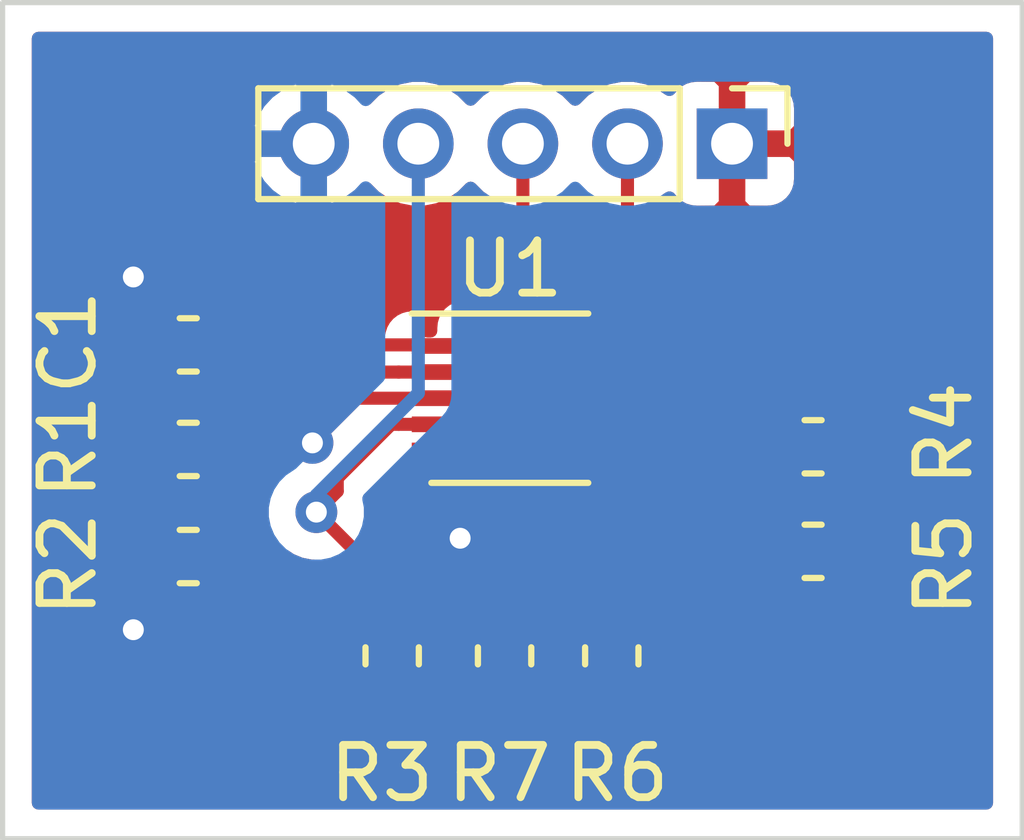
<source format=kicad_pcb>
(kicad_pcb (version 20171130) (host pcbnew "(5.1.5)-3")

  (general
    (thickness 1.6)
    (drawings 1)
    (tracks 58)
    (zones 0)
    (modules 10)
    (nets 11)
  )

  (page A4)
  (layers
    (0 F.Cu signal)
    (31 B.Cu signal)
    (32 B.Adhes user)
    (33 F.Adhes user)
    (34 B.Paste user)
    (35 F.Paste user)
    (36 B.SilkS user)
    (37 F.SilkS user)
    (38 B.Mask user)
    (39 F.Mask user)
    (40 Dwgs.User user)
    (41 Cmts.User user)
    (42 Eco1.User user)
    (43 Eco2.User user)
    (44 Edge.Cuts user)
    (45 Margin user)
    (46 B.CrtYd user)
    (47 F.CrtYd user)
    (48 B.Fab user)
    (49 F.Fab user)
  )

  (setup
    (last_trace_width 0.25)
    (trace_clearance 0.2)
    (zone_clearance 0.508)
    (zone_45_only no)
    (trace_min 0.2)
    (via_size 0.8)
    (via_drill 0.4)
    (via_min_size 0.4)
    (via_min_drill 0.3)
    (uvia_size 0.3)
    (uvia_drill 0.1)
    (uvias_allowed no)
    (uvia_min_size 0.2)
    (uvia_min_drill 0.1)
    (edge_width 0.05)
    (segment_width 0.2)
    (pcb_text_width 0.3)
    (pcb_text_size 1.5 1.5)
    (mod_edge_width 0.12)
    (mod_text_size 1 1)
    (mod_text_width 0.15)
    (pad_size 1.524 1.524)
    (pad_drill 0.762)
    (pad_to_mask_clearance 0.051)
    (solder_mask_min_width 0.25)
    (aux_axis_origin 0 0)
    (visible_elements FFFFFF7F)
    (pcbplotparams
      (layerselection 0x010fc_ffffffff)
      (usegerberextensions false)
      (usegerberattributes false)
      (usegerberadvancedattributes false)
      (creategerberjobfile false)
      (excludeedgelayer true)
      (linewidth 0.100000)
      (plotframeref false)
      (viasonmask false)
      (mode 1)
      (useauxorigin false)
      (hpglpennumber 1)
      (hpglpenspeed 20)
      (hpglpendiameter 15.000000)
      (psnegative false)
      (psa4output false)
      (plotreference true)
      (plotvalue true)
      (plotinvisibletext false)
      (padsonsilk false)
      (subtractmaskfromsilk false)
      (outputformat 1)
      (mirror false)
      (drillshape 0)
      (scaleselection 1)
      (outputdirectory "Gerber/"))
  )

  (net 0 "")
  (net 1 GND)
  (net 2 +3V3)
  (net 3 "Net-(R1-Pad2)")
  (net 4 /SCL)
  (net 5 /SDA)
  (net 6 "Net-(R6-Pad2)")
  (net 7 "Net-(U1-Pad10)")
  (net 8 "Net-(U1-Pad9)")
  (net 9 "Net-(U1-Pad5)")
  (net 10 /INT)

  (net_class Default "This is the default net class."
    (clearance 0.2)
    (trace_width 0.25)
    (via_dia 0.8)
    (via_drill 0.4)
    (uvia_dia 0.3)
    (uvia_drill 0.1)
    (add_net +3V3)
    (add_net /INT)
    (add_net /SCL)
    (add_net /SDA)
    (add_net GND)
    (add_net "Net-(R1-Pad2)")
    (add_net "Net-(R6-Pad2)")
    (add_net "Net-(U1-Pad10)")
    (add_net "Net-(U1-Pad5)")
    (add_net "Net-(U1-Pad9)")
  )

  (module Connector_PinHeader_2.00mm:PinHeader_1x05_P2.00mm_Vertical (layer F.Cu) (tedit 59FED667) (tstamp 6180F54D)
    (at 154.45 95.95 270)
    (descr "Through hole straight pin header, 1x05, 2.00mm pitch, single row")
    (tags "Through hole pin header THT 1x05 2.00mm single row")
    (path /6183DB50)
    (fp_text reference J1 (at 0 -2.06 90) (layer F.SilkS) hide
      (effects (font (size 1 1) (thickness 0.15)))
    )
    (fp_text value Conn_01x05 (at 0 10.06 90) (layer F.Fab) hide
      (effects (font (size 1 1) (thickness 0.15)))
    )
    (fp_text user %R (at 0 4) (layer F.Fab) hide
      (effects (font (size 1 1) (thickness 0.15)))
    )
    (fp_line (start 1.5 -1.5) (end -1.5 -1.5) (layer F.CrtYd) (width 0.05))
    (fp_line (start 1.5 9.5) (end 1.5 -1.5) (layer F.CrtYd) (width 0.05))
    (fp_line (start -1.5 9.5) (end 1.5 9.5) (layer F.CrtYd) (width 0.05))
    (fp_line (start -1.5 -1.5) (end -1.5 9.5) (layer F.CrtYd) (width 0.05))
    (fp_line (start -1.06 -1.06) (end 0 -1.06) (layer F.SilkS) (width 0.12))
    (fp_line (start -1.06 0) (end -1.06 -1.06) (layer F.SilkS) (width 0.12))
    (fp_line (start -1.06 1) (end 1.06 1) (layer F.SilkS) (width 0.12))
    (fp_line (start 1.06 1) (end 1.06 9.06) (layer F.SilkS) (width 0.12))
    (fp_line (start -1.06 1) (end -1.06 9.06) (layer F.SilkS) (width 0.12))
    (fp_line (start -1.06 9.06) (end 1.06 9.06) (layer F.SilkS) (width 0.12))
    (fp_line (start -1 -0.5) (end -0.5 -1) (layer F.Fab) (width 0.1))
    (fp_line (start -1 9) (end -1 -0.5) (layer F.Fab) (width 0.1))
    (fp_line (start 1 9) (end -1 9) (layer F.Fab) (width 0.1))
    (fp_line (start 1 -1) (end 1 9) (layer F.Fab) (width 0.1))
    (fp_line (start -0.5 -1) (end 1 -1) (layer F.Fab) (width 0.1))
    (pad 5 thru_hole oval (at 0 8 270) (size 1.35 1.35) (drill 0.8) (layers *.Cu *.Mask)
      (net 1 GND))
    (pad 4 thru_hole oval (at 0 6 270) (size 1.35 1.35) (drill 0.8) (layers *.Cu *.Mask)
      (net 10 /INT))
    (pad 3 thru_hole oval (at 0 4 270) (size 1.35 1.35) (drill 0.8) (layers *.Cu *.Mask)
      (net 4 /SCL))
    (pad 2 thru_hole oval (at 0 2 270) (size 1.35 1.35) (drill 0.8) (layers *.Cu *.Mask)
      (net 5 /SDA))
    (pad 1 thru_hole rect (at 0 0 270) (size 1.35 1.35) (drill 0.8) (layers *.Cu *.Mask)
      (net 2 +3V3))
    (model ${KISYS3DMOD}/Connector_PinHeader_2.00mm.3dshapes/PinHeader_1x05_P2.00mm_Vertical.wrl
      (at (xyz 0 0 0))
      (scale (xyz 1 1 1))
      (rotate (xyz 0 0 0))
    )
  )

  (module Package_DFN_QFN:DFN-10-1EP_3x3mm_P0.5mm_EP1.75x2.7mm (layer F.Cu) (tedit 5AAB4F3B) (tstamp 6180A124)
    (at 150.2 100.82)
    (descr "10-Lead Plastic Dual Flat No-Lead Package, 3x3mm Body (see Atmel Appnote 8826)")
    (tags "DFN 0.5")
    (path /6180958A)
    (attr smd)
    (fp_text reference U1 (at 0 -2.475) (layer F.SilkS)
      (effects (font (size 1 1) (thickness 0.15)))
    )
    (fp_text value ALS31300 (at 0 2.475) (layer F.Fab) hide
      (effects (font (size 1 1) (thickness 0.15)))
    )
    (fp_line (start -1.5 1.62) (end 1.5 1.62) (layer F.SilkS) (width 0.12))
    (fp_line (start -1.875 -1.62) (end 1.5 -1.62) (layer F.SilkS) (width 0.12))
    (fp_line (start 1.5 1.5) (end -1.5 1.5) (layer F.Fab) (width 0.1))
    (fp_line (start 1.5 -1.5) (end 1.5 1.5) (layer F.Fab) (width 0.1))
    (fp_line (start -0.5 -1.5) (end 1.5 -1.5) (layer F.Fab) (width 0.1))
    (fp_line (start -1.5 1.5) (end -1.5 -0.5) (layer F.Fab) (width 0.1))
    (fp_line (start -1.5 -0.5) (end -0.5 -1.5) (layer F.Fab) (width 0.1))
    (fp_line (start 2.13 -1.75) (end 2.13 1.75) (layer F.CrtYd) (width 0.05))
    (fp_line (start -2.13 1.75) (end 2.13 1.75) (layer F.CrtYd) (width 0.05))
    (fp_line (start -2.13 -1.75) (end 2.13 -1.75) (layer F.CrtYd) (width 0.05))
    (fp_line (start -2.13 -1.75) (end -2.13 1.75) (layer F.CrtYd) (width 0.05))
    (fp_text user %R (at 0 0) (layer F.Fab) hide
      (effects (font (size 0.7 0.7) (thickness 0.105)))
    )
    (pad "" smd rect (at 0.3875 0.62) (size 0.6 1.05) (layers F.Paste))
    (pad "" smd rect (at 0.3875 -0.62) (size 0.6 1.05) (layers F.Paste))
    (pad "" smd rect (at -0.3875 0.62) (size 0.6 1.05) (layers F.Paste))
    (pad "" smd rect (at -0.3875 -0.62) (size 0.6 1.05) (layers F.Paste))
    (pad 11 smd rect (at 0 0) (size 1.75 2.7) (layers F.Cu F.Mask))
    (pad 10 smd rect (at 1.45 -1) (size 0.85 0.3) (layers F.Cu F.Paste F.Mask)
      (net 7 "Net-(U1-Pad10)"))
    (pad 9 smd rect (at 1.45 -0.5) (size 0.85 0.3) (layers F.Cu F.Paste F.Mask)
      (net 8 "Net-(U1-Pad9)"))
    (pad 8 smd rect (at 1.45 0) (size 0.85 0.3) (layers F.Cu F.Paste F.Mask)
      (net 4 /SCL))
    (pad 7 smd rect (at 1.45 0.5) (size 0.85 0.3) (layers F.Cu F.Paste F.Mask)
      (net 5 /SDA))
    (pad 6 smd rect (at 1.45 1) (size 0.85 0.3) (layers F.Cu F.Paste F.Mask)
      (net 6 "Net-(R6-Pad2)"))
    (pad 5 smd rect (at -1.45 1) (size 0.85 0.3) (layers F.Cu F.Paste F.Mask)
      (net 9 "Net-(U1-Pad5)"))
    (pad 4 smd rect (at -1.45 0.5) (size 0.85 0.3) (layers F.Cu F.Paste F.Mask)
      (net 10 /INT))
    (pad 3 smd rect (at -1.45 0) (size 0.85 0.3) (layers F.Cu F.Paste F.Mask)
      (net 1 GND))
    (pad 2 smd rect (at -1.45 -0.5) (size 0.85 0.3) (layers F.Cu F.Paste F.Mask)
      (net 3 "Net-(R1-Pad2)"))
    (pad 1 smd rect (at -1.45 -1) (size 0.85 0.3) (layers F.Cu F.Paste F.Mask)
      (net 2 +3V3))
    (model ${KISYS3DMOD}/Package_DFN_QFN.3dshapes/DFN-10-1EP_3x3mm_P0.5mm_EP1.75x2.7mm.wrl
      (at (xyz 0 0 0))
      (scale (xyz 1 1 1))
      (rotate (xyz 0 0 0))
    )
  )

  (module Resistor_SMD:R_0603_1608Metric (layer F.Cu) (tedit 5B301BBD) (tstamp 6180A105)
    (at 150.1 105.75 270)
    (descr "Resistor SMD 0603 (1608 Metric), square (rectangular) end terminal, IPC_7351 nominal, (Body size source: http://www.tortai-tech.com/upload/download/2011102023233369053.pdf), generated with kicad-footprint-generator")
    (tags resistor)
    (path /6181B029)
    (attr smd)
    (fp_text reference R7 (at 2.25 0.1 180) (layer F.SilkS)
      (effects (font (size 1 1) (thickness 0.15)))
    )
    (fp_text value 10k (at 0 1.43 90) (layer F.Fab) hide
      (effects (font (size 1 1) (thickness 0.15)))
    )
    (fp_text user %R (at 0 0 90) (layer F.Fab) hide
      (effects (font (size 0.4 0.4) (thickness 0.06)))
    )
    (fp_line (start 1.48 0.73) (end -1.48 0.73) (layer F.CrtYd) (width 0.05))
    (fp_line (start 1.48 -0.73) (end 1.48 0.73) (layer F.CrtYd) (width 0.05))
    (fp_line (start -1.48 -0.73) (end 1.48 -0.73) (layer F.CrtYd) (width 0.05))
    (fp_line (start -1.48 0.73) (end -1.48 -0.73) (layer F.CrtYd) (width 0.05))
    (fp_line (start -0.162779 0.51) (end 0.162779 0.51) (layer F.SilkS) (width 0.12))
    (fp_line (start -0.162779 -0.51) (end 0.162779 -0.51) (layer F.SilkS) (width 0.12))
    (fp_line (start 0.8 0.4) (end -0.8 0.4) (layer F.Fab) (width 0.1))
    (fp_line (start 0.8 -0.4) (end 0.8 0.4) (layer F.Fab) (width 0.1))
    (fp_line (start -0.8 -0.4) (end 0.8 -0.4) (layer F.Fab) (width 0.1))
    (fp_line (start -0.8 0.4) (end -0.8 -0.4) (layer F.Fab) (width 0.1))
    (pad 2 smd roundrect (at 0.7875 0 270) (size 0.875 0.95) (layers F.Cu F.Paste F.Mask) (roundrect_rratio 0.25)
      (net 1 GND))
    (pad 1 smd roundrect (at -0.7875 0 270) (size 0.875 0.95) (layers F.Cu F.Paste F.Mask) (roundrect_rratio 0.25)
      (net 6 "Net-(R6-Pad2)"))
    (model ${KISYS3DMOD}/Resistor_SMD.3dshapes/R_0603_1608Metric.wrl
      (at (xyz 0 0 0))
      (scale (xyz 1 1 1))
      (rotate (xyz 0 0 0))
    )
  )

  (module Resistor_SMD:R_0603_1608Metric (layer F.Cu) (tedit 5B301BBD) (tstamp 6180A0F4)
    (at 152.15 105.75 90)
    (descr "Resistor SMD 0603 (1608 Metric), square (rectangular) end terminal, IPC_7351 nominal, (Body size source: http://www.tortai-tech.com/upload/download/2011102023233369053.pdf), generated with kicad-footprint-generator")
    (tags resistor)
    (path /6181C74F)
    (attr smd)
    (fp_text reference R6 (at -2.25 0.1 180) (layer F.SilkS)
      (effects (font (size 1 1) (thickness 0.15)))
    )
    (fp_text value DNP (at 0 1.43 90) (layer F.Fab) hide
      (effects (font (size 1 1) (thickness 0.15)))
    )
    (fp_text user %R (at 0 0 90) (layer F.Fab) hide
      (effects (font (size 0.4 0.4) (thickness 0.06)))
    )
    (fp_line (start 1.48 0.73) (end -1.48 0.73) (layer F.CrtYd) (width 0.05))
    (fp_line (start 1.48 -0.73) (end 1.48 0.73) (layer F.CrtYd) (width 0.05))
    (fp_line (start -1.48 -0.73) (end 1.48 -0.73) (layer F.CrtYd) (width 0.05))
    (fp_line (start -1.48 0.73) (end -1.48 -0.73) (layer F.CrtYd) (width 0.05))
    (fp_line (start -0.162779 0.51) (end 0.162779 0.51) (layer F.SilkS) (width 0.12))
    (fp_line (start -0.162779 -0.51) (end 0.162779 -0.51) (layer F.SilkS) (width 0.12))
    (fp_line (start 0.8 0.4) (end -0.8 0.4) (layer F.Fab) (width 0.1))
    (fp_line (start 0.8 -0.4) (end 0.8 0.4) (layer F.Fab) (width 0.1))
    (fp_line (start -0.8 -0.4) (end 0.8 -0.4) (layer F.Fab) (width 0.1))
    (fp_line (start -0.8 0.4) (end -0.8 -0.4) (layer F.Fab) (width 0.1))
    (pad 2 smd roundrect (at 0.7875 0 90) (size 0.875 0.95) (layers F.Cu F.Paste F.Mask) (roundrect_rratio 0.25)
      (net 6 "Net-(R6-Pad2)"))
    (pad 1 smd roundrect (at -0.7875 0 90) (size 0.875 0.95) (layers F.Cu F.Paste F.Mask) (roundrect_rratio 0.25)
      (net 2 +3V3))
    (model ${KISYS3DMOD}/Resistor_SMD.3dshapes/R_0603_1608Metric.wrl
      (at (xyz 0 0 0))
      (scale (xyz 1 1 1))
      (rotate (xyz 0 0 0))
    )
  )

  (module Resistor_SMD:R_0603_1608Metric (layer F.Cu) (tedit 5B301BBD) (tstamp 6180A0E3)
    (at 156 103.75 180)
    (descr "Resistor SMD 0603 (1608 Metric), square (rectangular) end terminal, IPC_7351 nominal, (Body size source: http://www.tortai-tech.com/upload/download/2011102023233369053.pdf), generated with kicad-footprint-generator")
    (tags resistor)
    (path /618252AE)
    (attr smd)
    (fp_text reference R5 (at -2.5 -0.25 90) (layer F.SilkS)
      (effects (font (size 1 1) (thickness 0.15)))
    )
    (fp_text value 10k (at 0 1.43) (layer F.Fab) hide
      (effects (font (size 1 1) (thickness 0.15)))
    )
    (fp_text user %R (at 0 0) (layer F.Fab) hide
      (effects (font (size 0.4 0.4) (thickness 0.06)))
    )
    (fp_line (start 1.48 0.73) (end -1.48 0.73) (layer F.CrtYd) (width 0.05))
    (fp_line (start 1.48 -0.73) (end 1.48 0.73) (layer F.CrtYd) (width 0.05))
    (fp_line (start -1.48 -0.73) (end 1.48 -0.73) (layer F.CrtYd) (width 0.05))
    (fp_line (start -1.48 0.73) (end -1.48 -0.73) (layer F.CrtYd) (width 0.05))
    (fp_line (start -0.162779 0.51) (end 0.162779 0.51) (layer F.SilkS) (width 0.12))
    (fp_line (start -0.162779 -0.51) (end 0.162779 -0.51) (layer F.SilkS) (width 0.12))
    (fp_line (start 0.8 0.4) (end -0.8 0.4) (layer F.Fab) (width 0.1))
    (fp_line (start 0.8 -0.4) (end 0.8 0.4) (layer F.Fab) (width 0.1))
    (fp_line (start -0.8 -0.4) (end 0.8 -0.4) (layer F.Fab) (width 0.1))
    (fp_line (start -0.8 0.4) (end -0.8 -0.4) (layer F.Fab) (width 0.1))
    (pad 2 smd roundrect (at 0.7875 0 180) (size 0.875 0.95) (layers F.Cu F.Paste F.Mask) (roundrect_rratio 0.25)
      (net 5 /SDA))
    (pad 1 smd roundrect (at -0.7875 0 180) (size 0.875 0.95) (layers F.Cu F.Paste F.Mask) (roundrect_rratio 0.25)
      (net 2 +3V3))
    (model ${KISYS3DMOD}/Resistor_SMD.3dshapes/R_0603_1608Metric.wrl
      (at (xyz 0 0 0))
      (scale (xyz 1 1 1))
      (rotate (xyz 0 0 0))
    )
  )

  (module Resistor_SMD:R_0603_1608Metric (layer F.Cu) (tedit 5B301BBD) (tstamp 6180A0D2)
    (at 156 101.75 180)
    (descr "Resistor SMD 0603 (1608 Metric), square (rectangular) end terminal, IPC_7351 nominal, (Body size source: http://www.tortai-tech.com/upload/download/2011102023233369053.pdf), generated with kicad-footprint-generator")
    (tags resistor)
    (path /61823DEB)
    (attr smd)
    (fp_text reference R4 (at -2.5 0.25 90) (layer F.SilkS)
      (effects (font (size 1 1) (thickness 0.15)))
    )
    (fp_text value 10k (at 0 1.43) (layer F.Fab) hide
      (effects (font (size 1 1) (thickness 0.15)))
    )
    (fp_text user %R (at 0 0) (layer F.Fab) hide
      (effects (font (size 0.4 0.4) (thickness 0.06)))
    )
    (fp_line (start 1.48 0.73) (end -1.48 0.73) (layer F.CrtYd) (width 0.05))
    (fp_line (start 1.48 -0.73) (end 1.48 0.73) (layer F.CrtYd) (width 0.05))
    (fp_line (start -1.48 -0.73) (end 1.48 -0.73) (layer F.CrtYd) (width 0.05))
    (fp_line (start -1.48 0.73) (end -1.48 -0.73) (layer F.CrtYd) (width 0.05))
    (fp_line (start -0.162779 0.51) (end 0.162779 0.51) (layer F.SilkS) (width 0.12))
    (fp_line (start -0.162779 -0.51) (end 0.162779 -0.51) (layer F.SilkS) (width 0.12))
    (fp_line (start 0.8 0.4) (end -0.8 0.4) (layer F.Fab) (width 0.1))
    (fp_line (start 0.8 -0.4) (end 0.8 0.4) (layer F.Fab) (width 0.1))
    (fp_line (start -0.8 -0.4) (end 0.8 -0.4) (layer F.Fab) (width 0.1))
    (fp_line (start -0.8 0.4) (end -0.8 -0.4) (layer F.Fab) (width 0.1))
    (pad 2 smd roundrect (at 0.7875 0 180) (size 0.875 0.95) (layers F.Cu F.Paste F.Mask) (roundrect_rratio 0.25)
      (net 4 /SCL))
    (pad 1 smd roundrect (at -0.7875 0 180) (size 0.875 0.95) (layers F.Cu F.Paste F.Mask) (roundrect_rratio 0.25)
      (net 2 +3V3))
    (model ${KISYS3DMOD}/Resistor_SMD.3dshapes/R_0603_1608Metric.wrl
      (at (xyz 0 0 0))
      (scale (xyz 1 1 1))
      (rotate (xyz 0 0 0))
    )
  )

  (module Resistor_SMD:R_0603_1608Metric (layer F.Cu) (tedit 5B301BBD) (tstamp 6180A0C1)
    (at 147.95 105.75 270)
    (descr "Resistor SMD 0603 (1608 Metric), square (rectangular) end terminal, IPC_7351 nominal, (Body size source: http://www.tortai-tech.com/upload/download/2011102023233369053.pdf), generated with kicad-footprint-generator")
    (tags resistor)
    (path /6182BF13)
    (attr smd)
    (fp_text reference R3 (at 2.25 0.2 180) (layer F.SilkS)
      (effects (font (size 1 1) (thickness 0.15)))
    )
    (fp_text value 10k (at 0 1.43 90) (layer F.Fab) hide
      (effects (font (size 1 1) (thickness 0.15)))
    )
    (fp_text user %R (at 0 0 90) (layer F.Fab) hide
      (effects (font (size 0.4 0.4) (thickness 0.06)))
    )
    (fp_line (start 1.48 0.73) (end -1.48 0.73) (layer F.CrtYd) (width 0.05))
    (fp_line (start 1.48 -0.73) (end 1.48 0.73) (layer F.CrtYd) (width 0.05))
    (fp_line (start -1.48 -0.73) (end 1.48 -0.73) (layer F.CrtYd) (width 0.05))
    (fp_line (start -1.48 0.73) (end -1.48 -0.73) (layer F.CrtYd) (width 0.05))
    (fp_line (start -0.162779 0.51) (end 0.162779 0.51) (layer F.SilkS) (width 0.12))
    (fp_line (start -0.162779 -0.51) (end 0.162779 -0.51) (layer F.SilkS) (width 0.12))
    (fp_line (start 0.8 0.4) (end -0.8 0.4) (layer F.Fab) (width 0.1))
    (fp_line (start 0.8 -0.4) (end 0.8 0.4) (layer F.Fab) (width 0.1))
    (fp_line (start -0.8 -0.4) (end 0.8 -0.4) (layer F.Fab) (width 0.1))
    (fp_line (start -0.8 0.4) (end -0.8 -0.4) (layer F.Fab) (width 0.1))
    (pad 2 smd roundrect (at 0.7875 0 270) (size 0.875 0.95) (layers F.Cu F.Paste F.Mask) (roundrect_rratio 0.25)
      (net 2 +3V3))
    (pad 1 smd roundrect (at -0.7875 0 270) (size 0.875 0.95) (layers F.Cu F.Paste F.Mask) (roundrect_rratio 0.25)
      (net 10 /INT))
    (model ${KISYS3DMOD}/Resistor_SMD.3dshapes/R_0603_1608Metric.wrl
      (at (xyz 0 0 0))
      (scale (xyz 1 1 1))
      (rotate (xyz 0 0 0))
    )
  )

  (module Resistor_SMD:R_0603_1608Metric (layer F.Cu) (tedit 5B301BBD) (tstamp 6180A0B0)
    (at 144.05 103.85 180)
    (descr "Resistor SMD 0603 (1608 Metric), square (rectangular) end terminal, IPC_7351 nominal, (Body size source: http://www.tortai-tech.com/upload/download/2011102023233369053.pdf), generated with kicad-footprint-generator")
    (tags resistor)
    (path /6180BDBC)
    (attr smd)
    (fp_text reference R2 (at 2.3 -0.15 90) (layer F.SilkS)
      (effects (font (size 1 1) (thickness 0.15)))
    )
    (fp_text value 10k (at 0 1.43) (layer F.Fab) hide
      (effects (font (size 1 1) (thickness 0.15)))
    )
    (fp_text user %R (at 0 0) (layer F.Fab) hide
      (effects (font (size 0.4 0.4) (thickness 0.06)))
    )
    (fp_line (start 1.48 0.73) (end -1.48 0.73) (layer F.CrtYd) (width 0.05))
    (fp_line (start 1.48 -0.73) (end 1.48 0.73) (layer F.CrtYd) (width 0.05))
    (fp_line (start -1.48 -0.73) (end 1.48 -0.73) (layer F.CrtYd) (width 0.05))
    (fp_line (start -1.48 0.73) (end -1.48 -0.73) (layer F.CrtYd) (width 0.05))
    (fp_line (start -0.162779 0.51) (end 0.162779 0.51) (layer F.SilkS) (width 0.12))
    (fp_line (start -0.162779 -0.51) (end 0.162779 -0.51) (layer F.SilkS) (width 0.12))
    (fp_line (start 0.8 0.4) (end -0.8 0.4) (layer F.Fab) (width 0.1))
    (fp_line (start 0.8 -0.4) (end 0.8 0.4) (layer F.Fab) (width 0.1))
    (fp_line (start -0.8 -0.4) (end 0.8 -0.4) (layer F.Fab) (width 0.1))
    (fp_line (start -0.8 0.4) (end -0.8 -0.4) (layer F.Fab) (width 0.1))
    (pad 2 smd roundrect (at 0.7875 0 180) (size 0.875 0.95) (layers F.Cu F.Paste F.Mask) (roundrect_rratio 0.25)
      (net 1 GND))
    (pad 1 smd roundrect (at -0.7875 0 180) (size 0.875 0.95) (layers F.Cu F.Paste F.Mask) (roundrect_rratio 0.25)
      (net 3 "Net-(R1-Pad2)"))
    (model ${KISYS3DMOD}/Resistor_SMD.3dshapes/R_0603_1608Metric.wrl
      (at (xyz 0 0 0))
      (scale (xyz 1 1 1))
      (rotate (xyz 0 0 0))
    )
  )

  (module Resistor_SMD:R_0603_1608Metric (layer F.Cu) (tedit 5B301BBD) (tstamp 6180A09F)
    (at 144.05 101.8)
    (descr "Resistor SMD 0603 (1608 Metric), square (rectangular) end terminal, IPC_7351 nominal, (Body size source: http://www.tortai-tech.com/upload/download/2011102023233369053.pdf), generated with kicad-footprint-generator")
    (tags resistor)
    (path /6181BA8D)
    (attr smd)
    (fp_text reference R1 (at -2.3 -0.05 90) (layer F.SilkS)
      (effects (font (size 1 1) (thickness 0.15)))
    )
    (fp_text value DNP (at 0 1.43) (layer F.Fab) hide
      (effects (font (size 1 1) (thickness 0.15)))
    )
    (fp_text user %R (at 0 0) (layer F.Fab) hide
      (effects (font (size 0.4 0.4) (thickness 0.06)))
    )
    (fp_line (start 1.48 0.73) (end -1.48 0.73) (layer F.CrtYd) (width 0.05))
    (fp_line (start 1.48 -0.73) (end 1.48 0.73) (layer F.CrtYd) (width 0.05))
    (fp_line (start -1.48 -0.73) (end 1.48 -0.73) (layer F.CrtYd) (width 0.05))
    (fp_line (start -1.48 0.73) (end -1.48 -0.73) (layer F.CrtYd) (width 0.05))
    (fp_line (start -0.162779 0.51) (end 0.162779 0.51) (layer F.SilkS) (width 0.12))
    (fp_line (start -0.162779 -0.51) (end 0.162779 -0.51) (layer F.SilkS) (width 0.12))
    (fp_line (start 0.8 0.4) (end -0.8 0.4) (layer F.Fab) (width 0.1))
    (fp_line (start 0.8 -0.4) (end 0.8 0.4) (layer F.Fab) (width 0.1))
    (fp_line (start -0.8 -0.4) (end 0.8 -0.4) (layer F.Fab) (width 0.1))
    (fp_line (start -0.8 0.4) (end -0.8 -0.4) (layer F.Fab) (width 0.1))
    (pad 2 smd roundrect (at 0.7875 0) (size 0.875 0.95) (layers F.Cu F.Paste F.Mask) (roundrect_rratio 0.25)
      (net 3 "Net-(R1-Pad2)"))
    (pad 1 smd roundrect (at -0.7875 0) (size 0.875 0.95) (layers F.Cu F.Paste F.Mask) (roundrect_rratio 0.25)
      (net 2 +3V3))
    (model ${KISYS3DMOD}/Resistor_SMD.3dshapes/R_0603_1608Metric.wrl
      (at (xyz 0 0 0))
      (scale (xyz 1 1 1))
      (rotate (xyz 0 0 0))
    )
  )

  (module Capacitor_SMD:C_0603_1608Metric (layer F.Cu) (tedit 5B301BBE) (tstamp 6180A08E)
    (at 144.05 99.8 180)
    (descr "Capacitor SMD 0603 (1608 Metric), square (rectangular) end terminal, IPC_7351 nominal, (Body size source: http://www.tortai-tech.com/upload/download/2011102023233369053.pdf), generated with kicad-footprint-generator")
    (tags capacitor)
    (path /6180CEDE)
    (attr smd)
    (fp_text reference C1 (at 2.3 0.05 90) (layer F.SilkS)
      (effects (font (size 1 1) (thickness 0.15)))
    )
    (fp_text value 0.1uF (at 0 1.43) (layer F.Fab) hide
      (effects (font (size 1 1) (thickness 0.15)))
    )
    (fp_text user %R (at 0 0) (layer F.Fab) hide
      (effects (font (size 0.4 0.4) (thickness 0.06)))
    )
    (fp_line (start 1.48 0.73) (end -1.48 0.73) (layer F.CrtYd) (width 0.05))
    (fp_line (start 1.48 -0.73) (end 1.48 0.73) (layer F.CrtYd) (width 0.05))
    (fp_line (start -1.48 -0.73) (end 1.48 -0.73) (layer F.CrtYd) (width 0.05))
    (fp_line (start -1.48 0.73) (end -1.48 -0.73) (layer F.CrtYd) (width 0.05))
    (fp_line (start -0.162779 0.51) (end 0.162779 0.51) (layer F.SilkS) (width 0.12))
    (fp_line (start -0.162779 -0.51) (end 0.162779 -0.51) (layer F.SilkS) (width 0.12))
    (fp_line (start 0.8 0.4) (end -0.8 0.4) (layer F.Fab) (width 0.1))
    (fp_line (start 0.8 -0.4) (end 0.8 0.4) (layer F.Fab) (width 0.1))
    (fp_line (start -0.8 -0.4) (end 0.8 -0.4) (layer F.Fab) (width 0.1))
    (fp_line (start -0.8 0.4) (end -0.8 -0.4) (layer F.Fab) (width 0.1))
    (pad 2 smd roundrect (at 0.7875 0 180) (size 0.875 0.95) (layers F.Cu F.Paste F.Mask) (roundrect_rratio 0.25)
      (net 1 GND))
    (pad 1 smd roundrect (at -0.7875 0 180) (size 0.875 0.95) (layers F.Cu F.Paste F.Mask) (roundrect_rratio 0.25)
      (net 2 +3V3))
    (model ${KISYS3DMOD}/Capacitor_SMD.3dshapes/C_0603_1608Metric.wrl
      (at (xyz 0 0 0))
      (scale (xyz 1 1 1))
      (rotate (xyz 0 0 0))
    )
  )

  (gr_poly (pts (xy 160 109.25) (xy 140.5 109.25) (xy 140.5 93.25) (xy 160 93.25)) (layer Edge.Cuts) (width 0.1))

  (via (at 143 105.25) (size 0.8) (drill 0.4) (layers F.Cu B.Cu) (net 1))
  (via (at 149.25 103.5) (size 0.8) (drill 0.4) (layers F.Cu B.Cu) (net 1))
  (via (at 143 98.5) (size 0.8) (drill 0.4) (layers F.Cu B.Cu) (net 1))
  (segment (start 149.25 104.065685) (end 149.25 103.5) (width 0.25) (layer F.Cu) (net 1))
  (segment (start 149.25 106.1625) (end 149.25 104.065685) (width 0.25) (layer F.Cu) (net 1))
  (segment (start 149.625 106.5375) (end 149.25 106.1625) (width 0.25) (layer F.Cu) (net 1))
  (segment (start 150.1 106.5375) (end 149.625 106.5375) (width 0.25) (layer F.Cu) (net 1))
  (segment (start 143.2625 104.9875) (end 143 105.25) (width 0.25) (layer F.Cu) (net 1))
  (segment (start 143.2625 103.85) (end 143.2625 104.9875) (width 0.25) (layer F.Cu) (net 1))
  (segment (start 143.2625 98.7625) (end 143 98.5) (width 0.25) (layer F.Cu) (net 1))
  (segment (start 143.2625 99.8) (end 143.2625 98.7625) (width 0.25) (layer F.Cu) (net 1))
  (via (at 146.425153 101.675153) (size 0.8) (drill 0.4) (layers F.Cu B.Cu) (net 1))
  (segment (start 148.75 100.82) (end 147.280306 100.82) (width 0.25) (layer F.Cu) (net 1))
  (segment (start 147.280306 100.82) (end 146.425153 101.675153) (width 0.25) (layer F.Cu) (net 1))
  (segment (start 148.73 99.8) (end 148.75 99.82) (width 0.25) (layer F.Cu) (net 2))
  (segment (start 144.8375 99.8) (end 148.73 99.8) (width 0.25) (layer F.Cu) (net 2))
  (segment (start 144.8375 103.85) (end 144.8375 101.8) (width 0.25) (layer F.Cu) (net 3))
  (segment (start 145.275 101.8) (end 146.755 100.32) (width 0.25) (layer F.Cu) (net 3))
  (segment (start 148.075 100.32) (end 148.75 100.32) (width 0.25) (layer F.Cu) (net 3))
  (segment (start 146.755 100.32) (end 148.075 100.32) (width 0.25) (layer F.Cu) (net 3))
  (segment (start 144.8375 101.8) (end 145.275 101.8) (width 0.25) (layer F.Cu) (net 3))
  (segment (start 151.72 100.82) (end 151.744999 100.844999) (width 0.25) (layer F.Cu) (net 4))
  (segment (start 151.65 100.82) (end 151.72 100.82) (width 0.25) (layer F.Cu) (net 4))
  (segment (start 151.65 100.82) (end 152.27 100.82) (width 0.25) (layer F.Cu) (net 4))
  (segment (start 152.31999 100.86999) (end 153.51999 100.86999) (width 0.25) (layer F.Cu) (net 4))
  (segment (start 152.27 100.82) (end 152.31999 100.86999) (width 0.25) (layer F.Cu) (net 4))
  (segment (start 154.4 101.75) (end 155.2125 101.75) (width 0.25) (layer F.Cu) (net 4))
  (segment (start 153.51999 100.86999) (end 154.4 101.75) (width 0.25) (layer F.Cu) (net 4))
  (segment (start 155.2125 101.275) (end 152.6875 98.75) (width 0.25) (layer F.Cu) (net 4))
  (segment (start 155.2125 101.75) (end 155.2125 101.275) (width 0.25) (layer F.Cu) (net 4))
  (segment (start 152.6875 98.75) (end 151.35 98.75) (width 0.25) (layer F.Cu) (net 4))
  (segment (start 150.45 97.85) (end 150.45 95.95) (width 0.25) (layer F.Cu) (net 4))
  (segment (start 151.35 98.75) (end 150.45 97.85) (width 0.25) (layer F.Cu) (net 4))
  (segment (start 155.2125 103.275) (end 155.2125 103.75) (width 0.25) (layer F.Cu) (net 5))
  (segment (start 153.2575 101.32) (end 155.2125 103.275) (width 0.25) (layer F.Cu) (net 5))
  (segment (start 151.65 101.32) (end 153.2575 101.32) (width 0.25) (layer F.Cu) (net 5))
  (segment (start 155.606494 100.9) (end 155.47391 100.9) (width 0.25) (layer F.Cu) (net 5))
  (segment (start 155.97501 101.268516) (end 155.606494 100.9) (width 0.25) (layer F.Cu) (net 5))
  (segment (start 155.2125 103.275) (end 155.97501 102.51249) (width 0.25) (layer F.Cu) (net 5))
  (segment (start 155.97501 102.51249) (end 155.97501 101.268516) (width 0.25) (layer F.Cu) (net 5))
  (segment (start 152.45 97.87609) (end 152.45 95.95) (width 0.25) (layer F.Cu) (net 5))
  (segment (start 155.47391 100.9) (end 152.45 97.87609) (width 0.25) (layer F.Cu) (net 5))
  (segment (start 152.15 102.32) (end 151.65 101.82) (width 0.25) (layer F.Cu) (net 6))
  (segment (start 152.15 104.9625) (end 152.15 102.32) (width 0.25) (layer F.Cu) (net 6))
  (segment (start 150.1 104.9625) (end 152.15 104.9625) (width 0.25) (layer F.Cu) (net 6))
  (segment (start 148.725001 101.344999) (end 148.75 101.32) (width 0.25) (layer F.Cu) (net 10))
  (segment (start 148.45 99.8) (end 148.45 95.95) (width 0.25) (layer B.Cu) (net 10))
  (via (at 146.5 103) (size 0.8) (drill 0.4) (layers F.Cu B.Cu) (net 10))
  (segment (start 148.45 99.8) (end 148.45 100.723308) (width 0.25) (layer B.Cu) (net 10))
  (segment (start 146.5 102.673308) (end 146.5 103) (width 0.25) (layer B.Cu) (net 10))
  (segment (start 148.45 100.723308) (end 146.5 102.673308) (width 0.25) (layer B.Cu) (net 10))
  (segment (start 148.075 101.32) (end 148.75 101.32) (width 0.25) (layer F.Cu) (net 10))
  (segment (start 147.93 101.32) (end 148.075 101.32) (width 0.25) (layer F.Cu) (net 10))
  (segment (start 146.899999 102.350001) (end 147.93 101.32) (width 0.25) (layer F.Cu) (net 10))
  (segment (start 146.899999 102.600001) (end 146.899999 102.350001) (width 0.25) (layer F.Cu) (net 10))
  (segment (start 146.5 103) (end 146.899999 102.600001) (width 0.25) (layer F.Cu) (net 10))
  (segment (start 147.95 104.45) (end 146.5 103) (width 0.25) (layer F.Cu) (net 10))
  (segment (start 147.95 104.9625) (end 147.95 104.45) (width 0.25) (layer F.Cu) (net 10))

  (zone (net 2) (net_name +3V3) (layer F.Cu) (tstamp 618107E6) (hatch edge 0.508)
    (connect_pads (clearance 0.508))
    (min_thickness 0.254)
    (fill yes (arc_segments 32) (thermal_gap 0.508) (thermal_bridge_width 0.508))
    (polygon
      (pts
        (xy 160 109.25) (xy 140.5 109.25) (xy 140.5 93.25) (xy 160 93.25)
      )
    )
    (filled_polygon
      (pts
        (xy 159.315001 108.565) (xy 141.185 108.565) (xy 141.185 106.975) (xy 146.836928 106.975) (xy 146.849188 107.099482)
        (xy 146.885498 107.21918) (xy 146.944463 107.329494) (xy 147.023815 107.426185) (xy 147.120506 107.505537) (xy 147.23082 107.564502)
        (xy 147.350518 107.600812) (xy 147.475 107.613072) (xy 147.66425 107.61) (xy 147.823 107.45125) (xy 147.823 106.6645)
        (xy 146.99875 106.6645) (xy 146.84 106.82325) (xy 146.836928 106.975) (xy 141.185 106.975) (xy 141.185 98.398061)
        (xy 141.965 98.398061) (xy 141.965 98.601939) (xy 142.004774 98.801898) (xy 142.082795 98.990256) (xy 142.196063 99.159774)
        (xy 142.252149 99.21586) (xy 142.203392 99.376592) (xy 142.186928 99.54375) (xy 142.186928 100.05625) (xy 142.203392 100.223408)
        (xy 142.25215 100.384142) (xy 142.331329 100.532275) (xy 142.437885 100.662115) (xy 142.548412 100.752821) (xy 142.470506 100.794463)
        (xy 142.373815 100.873815) (xy 142.294463 100.970506) (xy 142.235498 101.08082) (xy 142.199188 101.200518) (xy 142.186928 101.325)
        (xy 142.19 101.51425) (xy 142.34875 101.673) (xy 143.1355 101.673) (xy 143.1355 101.653) (xy 143.3895 101.653)
        (xy 143.3895 101.673) (xy 143.4095 101.673) (xy 143.4095 101.927) (xy 143.3895 101.927) (xy 143.3895 101.947)
        (xy 143.1355 101.947) (xy 143.1355 101.927) (xy 142.34875 101.927) (xy 142.19 102.08575) (xy 142.186928 102.275)
        (xy 142.199188 102.399482) (xy 142.235498 102.51918) (xy 142.294463 102.629494) (xy 142.373815 102.726185) (xy 142.470506 102.805537)
        (xy 142.58082 102.864502) (xy 142.592549 102.86806) (xy 142.567725 102.881329) (xy 142.437885 102.987885) (xy 142.331329 103.117725)
        (xy 142.25215 103.265858) (xy 142.203392 103.426592) (xy 142.186928 103.59375) (xy 142.186928 104.10625) (xy 142.203392 104.273408)
        (xy 142.25215 104.434142) (xy 142.286982 104.499307) (xy 142.196063 104.590226) (xy 142.082795 104.759744) (xy 142.004774 104.948102)
        (xy 141.965 105.148061) (xy 141.965 105.351939) (xy 142.004774 105.551898) (xy 142.082795 105.740256) (xy 142.196063 105.909774)
        (xy 142.340226 106.053937) (xy 142.509744 106.167205) (xy 142.698102 106.245226) (xy 142.898061 106.285) (xy 143.101939 106.285)
        (xy 143.301898 106.245226) (xy 143.490256 106.167205) (xy 143.659774 106.053937) (xy 143.803937 105.909774) (xy 143.917205 105.740256)
        (xy 143.995226 105.551898) (xy 144.035 105.351939) (xy 144.035 105.148061) (xy 144.018522 105.06522) (xy 144.0225 105.024833)
        (xy 144.0225 105.024824) (xy 144.026176 104.987501) (xy 144.0225 104.950178) (xy 144.0225 104.765143) (xy 144.05 104.742574)
        (xy 144.142725 104.818671) (xy 144.290858 104.89785) (xy 144.451592 104.946608) (xy 144.61875 104.963072) (xy 145.05625 104.963072)
        (xy 145.223408 104.946608) (xy 145.384142 104.89785) (xy 145.532275 104.818671) (xy 145.662115 104.712115) (xy 145.768671 104.582275)
        (xy 145.84785 104.434142) (xy 145.896608 104.273408) (xy 145.913072 104.10625) (xy 145.913072 103.852611) (xy 146.009744 103.917205)
        (xy 146.198102 103.995226) (xy 146.398061 104.035) (xy 146.460199 104.035) (xy 146.887931 104.462732) (xy 146.853392 104.576592)
        (xy 146.836928 104.74375) (xy 146.836928 105.18125) (xy 146.853392 105.348408) (xy 146.90215 105.509142) (xy 146.981329 105.657275)
        (xy 146.9991 105.67893) (xy 146.944463 105.745506) (xy 146.885498 105.85582) (xy 146.849188 105.975518) (xy 146.836928 106.1)
        (xy 146.84 106.25175) (xy 146.99875 106.4105) (xy 147.823 106.4105) (xy 147.823 106.3905) (xy 148.077 106.3905)
        (xy 148.077 106.4105) (xy 148.097 106.4105) (xy 148.097 106.6645) (xy 148.077 106.6645) (xy 148.077 107.45125)
        (xy 148.23575 107.61) (xy 148.425 107.613072) (xy 148.549482 107.600812) (xy 148.66918 107.564502) (xy 148.779494 107.505537)
        (xy 148.876185 107.426185) (xy 148.955537 107.329494) (xy 149.014502 107.21918) (xy 149.050812 107.099482) (xy 149.052296 107.084415)
        (xy 149.131329 107.232275) (xy 149.237885 107.362115) (xy 149.367725 107.468671) (xy 149.515858 107.54785) (xy 149.676592 107.596608)
        (xy 149.84375 107.613072) (xy 150.35625 107.613072) (xy 150.523408 107.596608) (xy 150.684142 107.54785) (xy 150.832275 107.468671)
        (xy 150.962115 107.362115) (xy 151.068671 107.232275) (xy 151.08194 107.207451) (xy 151.085498 107.21918) (xy 151.144463 107.329494)
        (xy 151.223815 107.426185) (xy 151.320506 107.505537) (xy 151.43082 107.564502) (xy 151.550518 107.600812) (xy 151.675 107.613072)
        (xy 151.86425 107.61) (xy 152.023 107.45125) (xy 152.023 106.6645) (xy 152.277 106.6645) (xy 152.277 107.45125)
        (xy 152.43575 107.61) (xy 152.625 107.613072) (xy 152.749482 107.600812) (xy 152.86918 107.564502) (xy 152.979494 107.505537)
        (xy 153.076185 107.426185) (xy 153.155537 107.329494) (xy 153.214502 107.21918) (xy 153.250812 107.099482) (xy 153.263072 106.975)
        (xy 153.26 106.82325) (xy 153.10125 106.6645) (xy 152.277 106.6645) (xy 152.023 106.6645) (xy 152.003 106.6645)
        (xy 152.003 106.4105) (xy 152.023 106.4105) (xy 152.023 106.3905) (xy 152.277 106.3905) (xy 152.277 106.4105)
        (xy 153.10125 106.4105) (xy 153.26 106.25175) (xy 153.263072 106.1) (xy 153.250812 105.975518) (xy 153.214502 105.85582)
        (xy 153.155537 105.745506) (xy 153.1009 105.67893) (xy 153.118671 105.657275) (xy 153.19785 105.509142) (xy 153.246608 105.348408)
        (xy 153.263072 105.18125) (xy 153.263072 104.74375) (xy 153.246608 104.576592) (xy 153.19785 104.415858) (xy 153.118671 104.267725)
        (xy 153.012115 104.137885) (xy 152.91 104.054082) (xy 152.91 102.357325) (xy 152.913676 102.32) (xy 152.91 102.282675)
        (xy 152.91 102.282667) (xy 152.899003 102.171014) (xy 152.871395 102.08) (xy 152.942699 102.08) (xy 154.161747 103.299049)
        (xy 154.153392 103.326592) (xy 154.136928 103.49375) (xy 154.136928 104.00625) (xy 154.153392 104.173408) (xy 154.20215 104.334142)
        (xy 154.281329 104.482275) (xy 154.387885 104.612115) (xy 154.517725 104.718671) (xy 154.665858 104.79785) (xy 154.826592 104.846608)
        (xy 154.99375 104.863072) (xy 155.43125 104.863072) (xy 155.598408 104.846608) (xy 155.759142 104.79785) (xy 155.907275 104.718671)
        (xy 155.92893 104.7009) (xy 155.995506 104.755537) (xy 156.10582 104.814502) (xy 156.225518 104.850812) (xy 156.35 104.863072)
        (xy 156.50175 104.86) (xy 156.6605 104.70125) (xy 156.6605 103.877) (xy 156.9145 103.877) (xy 156.9145 104.70125)
        (xy 157.07325 104.86) (xy 157.225 104.863072) (xy 157.349482 104.850812) (xy 157.46918 104.814502) (xy 157.579494 104.755537)
        (xy 157.676185 104.676185) (xy 157.755537 104.579494) (xy 157.814502 104.46918) (xy 157.850812 104.349482) (xy 157.863072 104.225)
        (xy 157.86 104.03575) (xy 157.70125 103.877) (xy 156.9145 103.877) (xy 156.6605 103.877) (xy 156.6405 103.877)
        (xy 156.6405 103.623) (xy 156.6605 103.623) (xy 156.6605 102.842259) (xy 156.680556 102.804737) (xy 156.683675 102.794454)
        (xy 156.724013 102.661476) (xy 156.73501 102.549823) (xy 156.73501 102.549813) (xy 156.738686 102.51249) (xy 156.73501 102.475168)
        (xy 156.73501 101.877) (xy 156.9145 101.877) (xy 156.9145 102.70125) (xy 156.96325 102.75) (xy 156.9145 102.79875)
        (xy 156.9145 103.623) (xy 157.70125 103.623) (xy 157.86 103.46425) (xy 157.863072 103.275) (xy 157.850812 103.150518)
        (xy 157.814502 103.03082) (xy 157.755537 102.920506) (xy 157.676185 102.823815) (xy 157.586241 102.75) (xy 157.676185 102.676185)
        (xy 157.755537 102.579494) (xy 157.814502 102.46918) (xy 157.850812 102.349482) (xy 157.863072 102.225) (xy 157.86 102.03575)
        (xy 157.70125 101.877) (xy 156.9145 101.877) (xy 156.73501 101.877) (xy 156.73501 101.305838) (xy 156.738686 101.268515)
        (xy 156.73501 101.231192) (xy 156.73501 101.231183) (xy 156.724013 101.11953) (xy 156.680556 100.976269) (xy 156.6605 100.938747)
        (xy 156.6605 100.79875) (xy 156.9145 100.79875) (xy 156.9145 101.623) (xy 157.70125 101.623) (xy 157.86 101.46425)
        (xy 157.863072 101.275) (xy 157.850812 101.150518) (xy 157.814502 101.03082) (xy 157.755537 100.920506) (xy 157.676185 100.823815)
        (xy 157.579494 100.744463) (xy 157.46918 100.685498) (xy 157.349482 100.649188) (xy 157.225 100.636928) (xy 157.07325 100.64)
        (xy 156.9145 100.79875) (xy 156.6605 100.79875) (xy 156.50175 100.64) (xy 156.419633 100.638338) (xy 156.170298 100.389003)
        (xy 156.146495 100.359999) (xy 156.03077 100.265026) (xy 155.898741 100.194454) (xy 155.818967 100.170255) (xy 153.21 97.561289)
        (xy 153.21 97.017709) (xy 153.252513 96.989303) (xy 153.323815 97.076185) (xy 153.420506 97.155537) (xy 153.53082 97.214502)
        (xy 153.650518 97.250812) (xy 153.775 97.263072) (xy 154.16425 97.26) (xy 154.323 97.10125) (xy 154.323 96.077)
        (xy 154.577 96.077) (xy 154.577 97.10125) (xy 154.73575 97.26) (xy 155.125 97.263072) (xy 155.249482 97.250812)
        (xy 155.36918 97.214502) (xy 155.479494 97.155537) (xy 155.576185 97.076185) (xy 155.655537 96.979494) (xy 155.714502 96.86918)
        (xy 155.750812 96.749482) (xy 155.763072 96.625) (xy 155.76 96.23575) (xy 155.60125 96.077) (xy 154.577 96.077)
        (xy 154.323 96.077) (xy 154.303 96.077) (xy 154.303 95.823) (xy 154.323 95.823) (xy 154.323 94.79875)
        (xy 154.577 94.79875) (xy 154.577 95.823) (xy 155.60125 95.823) (xy 155.76 95.66425) (xy 155.763072 95.275)
        (xy 155.750812 95.150518) (xy 155.714502 95.03082) (xy 155.655537 94.920506) (xy 155.576185 94.823815) (xy 155.479494 94.744463)
        (xy 155.36918 94.685498) (xy 155.249482 94.649188) (xy 155.125 94.636928) (xy 154.73575 94.64) (xy 154.577 94.79875)
        (xy 154.323 94.79875) (xy 154.16425 94.64) (xy 153.775 94.636928) (xy 153.650518 94.649188) (xy 153.53082 94.685498)
        (xy 153.420506 94.744463) (xy 153.323815 94.823815) (xy 153.252513 94.910697) (xy 153.070518 94.789093) (xy 152.832113 94.690342)
        (xy 152.579024 94.64) (xy 152.320976 94.64) (xy 152.067887 94.690342) (xy 151.829482 94.789093) (xy 151.614923 94.932456)
        (xy 151.45 95.097379) (xy 151.285077 94.932456) (xy 151.070518 94.789093) (xy 150.832113 94.690342) (xy 150.579024 94.64)
        (xy 150.320976 94.64) (xy 150.067887 94.690342) (xy 149.829482 94.789093) (xy 149.614923 94.932456) (xy 149.45 95.097379)
        (xy 149.285077 94.932456) (xy 149.070518 94.789093) (xy 148.832113 94.690342) (xy 148.579024 94.64) (xy 148.320976 94.64)
        (xy 148.067887 94.690342) (xy 147.829482 94.789093) (xy 147.614923 94.932456) (xy 147.45 95.097379) (xy 147.285077 94.932456)
        (xy 147.070518 94.789093) (xy 146.832113 94.690342) (xy 146.579024 94.64) (xy 146.320976 94.64) (xy 146.067887 94.690342)
        (xy 145.829482 94.789093) (xy 145.614923 94.932456) (xy 145.432456 95.114923) (xy 145.289093 95.329482) (xy 145.190342 95.567887)
        (xy 145.14 95.820976) (xy 145.14 96.079024) (xy 145.190342 96.332113) (xy 145.289093 96.570518) (xy 145.432456 96.785077)
        (xy 145.614923 96.967544) (xy 145.829482 97.110907) (xy 146.067887 97.209658) (xy 146.320976 97.26) (xy 146.579024 97.26)
        (xy 146.832113 97.209658) (xy 147.070518 97.110907) (xy 147.285077 96.967544) (xy 147.45 96.802621) (xy 147.614923 96.967544)
        (xy 147.829482 97.110907) (xy 148.067887 97.209658) (xy 148.320976 97.26) (xy 148.579024 97.26) (xy 148.832113 97.209658)
        (xy 149.070518 97.110907) (xy 149.285077 96.967544) (xy 149.45 96.802621) (xy 149.614923 96.967544) (xy 149.69 97.017709)
        (xy 149.69 97.812677) (xy 149.686324 97.85) (xy 149.69 97.887322) (xy 149.69 97.887332) (xy 149.700997 97.998985)
        (xy 149.736197 98.115026) (xy 149.744454 98.142246) (xy 149.815026 98.274276) (xy 149.836437 98.300365) (xy 149.909999 98.390001)
        (xy 149.939002 98.413803) (xy 150.357127 98.831928) (xy 149.325 98.831928) (xy 149.200518 98.844188) (xy 149.08082 98.880498)
        (xy 148.970506 98.939463) (xy 148.873815 99.018815) (xy 148.794463 99.115506) (xy 148.735498 99.22582) (xy 148.699188 99.345518)
        (xy 148.686928 99.47) (xy 148.686928 99.531928) (xy 148.623 99.531928) (xy 148.623 99.19375) (xy 148.46425 99.035)
        (xy 148.338639 99.032074) (xy 148.213924 99.04167) (xy 148.093477 99.075414) (xy 147.981928 99.132006) (xy 147.883562 99.209274)
        (xy 147.802161 99.304247) (xy 147.740853 99.413275) (xy 147.701992 99.53217) (xy 147.698846 99.56) (xy 146.792322 99.56)
        (xy 146.754999 99.556324) (xy 146.717676 99.56) (xy 146.717667 99.56) (xy 146.606014 99.570997) (xy 146.462753 99.614454)
        (xy 146.330723 99.685026) (xy 146.247083 99.753668) (xy 146.214999 99.779999) (xy 146.191201 99.808997) (xy 145.910071 100.090127)
        (xy 145.91 100.08575) (xy 145.75125 99.927) (xy 144.9645 99.927) (xy 144.9645 99.947) (xy 144.7105 99.947)
        (xy 144.7105 99.927) (xy 144.6905 99.927) (xy 144.6905 99.673) (xy 144.7105 99.673) (xy 144.7105 98.84875)
        (xy 144.9645 98.84875) (xy 144.9645 99.673) (xy 145.75125 99.673) (xy 145.91 99.51425) (xy 145.913072 99.325)
        (xy 145.900812 99.200518) (xy 145.864502 99.08082) (xy 145.805537 98.970506) (xy 145.726185 98.873815) (xy 145.629494 98.794463)
        (xy 145.51918 98.735498) (xy 145.399482 98.699188) (xy 145.275 98.686928) (xy 145.12325 98.69) (xy 144.9645 98.84875)
        (xy 144.7105 98.84875) (xy 144.55175 98.69) (xy 144.4 98.686928) (xy 144.275518 98.699188) (xy 144.15582 98.735498)
        (xy 144.045506 98.794463) (xy 144.0225 98.813343) (xy 144.0225 98.799822) (xy 144.026176 98.762499) (xy 144.0225 98.725176)
        (xy 144.0225 98.725167) (xy 144.018522 98.68478) (xy 144.035 98.601939) (xy 144.035 98.398061) (xy 143.995226 98.198102)
        (xy 143.917205 98.009744) (xy 143.803937 97.840226) (xy 143.659774 97.696063) (xy 143.490256 97.582795) (xy 143.301898 97.504774)
        (xy 143.101939 97.465) (xy 142.898061 97.465) (xy 142.698102 97.504774) (xy 142.509744 97.582795) (xy 142.340226 97.696063)
        (xy 142.196063 97.840226) (xy 142.082795 98.009744) (xy 142.004774 98.198102) (xy 141.965 98.398061) (xy 141.185 98.398061)
        (xy 141.185 93.935) (xy 159.315 93.935)
      )
    )
  )
  (zone (net 1) (net_name GND) (layer B.Cu) (tstamp 618107E3) (hatch edge 0.508)
    (connect_pads (clearance 0.508))
    (min_thickness 0.254)
    (fill yes (arc_segments 32) (thermal_gap 0.508) (thermal_bridge_width 0.508))
    (polygon
      (pts
        (xy 160 109.25) (xy 140.5 109.25) (xy 140.5 93.25) (xy 160 93.25)
      )
    )
    (filled_polygon
      (pts
        (xy 159.315001 108.565) (xy 141.185 108.565) (xy 141.185 102.898061) (xy 145.465 102.898061) (xy 145.465 103.101939)
        (xy 145.504774 103.301898) (xy 145.582795 103.490256) (xy 145.696063 103.659774) (xy 145.840226 103.803937) (xy 146.009744 103.917205)
        (xy 146.198102 103.995226) (xy 146.398061 104.035) (xy 146.601939 104.035) (xy 146.801898 103.995226) (xy 146.990256 103.917205)
        (xy 147.159774 103.803937) (xy 147.303937 103.659774) (xy 147.417205 103.490256) (xy 147.495226 103.301898) (xy 147.535 103.101939)
        (xy 147.535 102.898061) (xy 147.504315 102.743795) (xy 148.961008 101.287103) (xy 148.990001 101.263309) (xy 149.013795 101.234316)
        (xy 149.013799 101.234312) (xy 149.084973 101.147585) (xy 149.084974 101.147584) (xy 149.155546 101.015555) (xy 149.199003 100.872294)
        (xy 149.21 100.760641) (xy 149.21 100.760632) (xy 149.213676 100.723309) (xy 149.21 100.685986) (xy 149.21 97.017709)
        (xy 149.285077 96.967544) (xy 149.45 96.802621) (xy 149.614923 96.967544) (xy 149.829482 97.110907) (xy 150.067887 97.209658)
        (xy 150.320976 97.26) (xy 150.579024 97.26) (xy 150.832113 97.209658) (xy 151.070518 97.110907) (xy 151.285077 96.967544)
        (xy 151.45 96.802621) (xy 151.614923 96.967544) (xy 151.829482 97.110907) (xy 152.067887 97.209658) (xy 152.320976 97.26)
        (xy 152.579024 97.26) (xy 152.832113 97.209658) (xy 153.070518 97.110907) (xy 153.252513 96.989303) (xy 153.323815 97.076185)
        (xy 153.420506 97.155537) (xy 153.53082 97.214502) (xy 153.650518 97.250812) (xy 153.775 97.263072) (xy 155.125 97.263072)
        (xy 155.249482 97.250812) (xy 155.36918 97.214502) (xy 155.479494 97.155537) (xy 155.576185 97.076185) (xy 155.655537 96.979494)
        (xy 155.714502 96.86918) (xy 155.750812 96.749482) (xy 155.763072 96.625) (xy 155.763072 95.275) (xy 155.750812 95.150518)
        (xy 155.714502 95.03082) (xy 155.655537 94.920506) (xy 155.576185 94.823815) (xy 155.479494 94.744463) (xy 155.36918 94.685498)
        (xy 155.249482 94.649188) (xy 155.125 94.636928) (xy 153.775 94.636928) (xy 153.650518 94.649188) (xy 153.53082 94.685498)
        (xy 153.420506 94.744463) (xy 153.323815 94.823815) (xy 153.252513 94.910697) (xy 153.070518 94.789093) (xy 152.832113 94.690342)
        (xy 152.579024 94.64) (xy 152.320976 94.64) (xy 152.067887 94.690342) (xy 151.829482 94.789093) (xy 151.614923 94.932456)
        (xy 151.45 95.097379) (xy 151.285077 94.932456) (xy 151.070518 94.789093) (xy 150.832113 94.690342) (xy 150.579024 94.64)
        (xy 150.320976 94.64) (xy 150.067887 94.690342) (xy 149.829482 94.789093) (xy 149.614923 94.932456) (xy 149.45 95.097379)
        (xy 149.285077 94.932456) (xy 149.070518 94.789093) (xy 148.832113 94.690342) (xy 148.579024 94.64) (xy 148.320976 94.64)
        (xy 148.067887 94.690342) (xy 147.829482 94.789093) (xy 147.614923 94.932456) (xy 147.443319 95.10406) (xy 147.321227 94.971697)
        (xy 147.113629 94.820527) (xy 146.880528 94.712762) (xy 146.7794 94.68209) (xy 146.577 94.805776) (xy 146.577 95.823)
        (xy 146.597 95.823) (xy 146.597 96.077) (xy 146.577 96.077) (xy 146.577 97.094224) (xy 146.7794 97.21791)
        (xy 146.880528 97.187238) (xy 147.113629 97.079473) (xy 147.321227 96.928303) (xy 147.443319 96.79594) (xy 147.614923 96.967544)
        (xy 147.690001 97.017709) (xy 147.69 99.762667) (xy 147.69 99.762668) (xy 147.690001 100.408505) (xy 146.019932 102.078575)
        (xy 146.009744 102.082795) (xy 145.840226 102.196063) (xy 145.696063 102.340226) (xy 145.582795 102.509744) (xy 145.504774 102.698102)
        (xy 145.465 102.898061) (xy 141.185 102.898061) (xy 141.185 96.279401) (xy 145.182085 96.279401) (xy 145.270711 96.52043)
        (xy 145.404656 96.739537) (xy 145.578773 96.928303) (xy 145.786371 97.079473) (xy 146.019472 97.187238) (xy 146.1206 97.21791)
        (xy 146.323 97.094224) (xy 146.323 96.077) (xy 145.304915 96.077) (xy 145.182085 96.279401) (xy 141.185 96.279401)
        (xy 141.185 95.620599) (xy 145.182085 95.620599) (xy 145.304915 95.823) (xy 146.323 95.823) (xy 146.323 94.805776)
        (xy 146.1206 94.68209) (xy 146.019472 94.712762) (xy 145.786371 94.820527) (xy 145.578773 94.971697) (xy 145.404656 95.160463)
        (xy 145.270711 95.37957) (xy 145.182085 95.620599) (xy 141.185 95.620599) (xy 141.185 93.935) (xy 159.315 93.935)
      )
    )
  )
)

</source>
